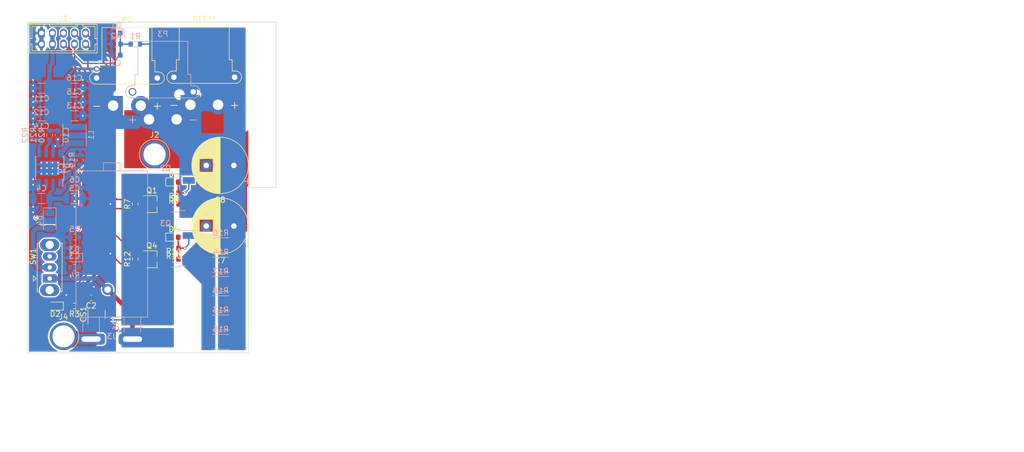
<source format=kicad_pcb>
(kicad_pcb (version 20211014) (generator pcbnew)
  (layers (0 "F.Cu" signal) (31 "B.Cu" signal) (34 "B.Paste" user) (35 "F.Paste" user) (36 "B.SilkS" user "B.Silkscreen") (37 "F.SilkS" user "F.Silkscreen") (38 "B.Mask" user) (39 "F.Mask" user) (44 "Edge.Cuts" user))
  (net 0 "")
  (net 1 "+5V")
  (net 2 "GND")
  (net 3 "Net-(Q3-Pad3)")
  (net 4 "/BattVsense")
  (net 5 "/PW_OUT_EN")
  (net 6 "/PW_OUT")
  (net 7 "Net-(C10-Pad2)")
  (net 8 "Net-(C4-Pad1)")
  (net 9 "Net-(C9-Pad1)")
  (net 10 "/PRE_CHARGE_EN")
  (net 11 "Net-(C9-Pad2)")
  (net 12 "Net-(D6-Pad2)")
  (net 13 "/PowerOutVSense")
  (net 14 "Net-(CS1-Pad1)")
  (net 15 "+BATT")
  (net 16 "Net-(CS1-Pad4)")
  (net 17 "Net-(D7-Pad5)")
  (net 18 "Net-(D5-Pad2)")
  (net 19 "/CurrentSense")
  (net 20 "/DCDC_5V_EN")
  (net 21 "Net-(D7-Pad6)")
  (net 22 "Net-(Q1-Pad3)")
  (net 23 "Net-(Q4-Pad3)")
  (net 24 "Net-(D4-Pad2)")
  (net 25 "Net-(J3-Pad2)")
  (footprint "TestPoint:TestPoint_Plated_Hole_D4.0mm" (layer "F.Cu") (at 51.5 92)
    (fp_text reference "J4")
    (fp_text value "Conn_01x01")
  )
  (footprint "Connector_Hirose:Hirose_DF11-10DP-2DSA_2x05_P2.00mm_Vertical" (layer "F.Cu") (at 47.5 37)
    (fp_text reference "J1")
    (fp_text value "Conn_02x05_Odd_Even")
  )
  (footprint "Package_TO_SOT_SMD:SOT-23-5" (layer "F.Cu") (at 57.5 88 90)
    (fp_text reference "CS1")
    (fp_text value "CS30")
  )
  (footprint "Resistor_SMD:R_0603_1608Metric" (layer "F.Cu") (at 64.5 78 90)
    (fp_text reference "R12")
    (fp_text value "1k")
  )
  (footprint "Connector_AMASS:AMASS_XT30PW-F_1x02_P2.50mm_Horizontal" (layer "F.Cu") (at 60.5 50.15)
    (fp_text reference "P2")
    (fp_text value "CONN_01X02")
  )
  (footprint "Package_TO_SOT_SMD:TSOT-23" (layer "F.Cu") (at 67.5 68)
    (fp_text reference "Q1")
    (fp_text value "Q_NMOS_GSD")
  )
  (footprint "Diode_SMD:D_0603_1608Metric" (layer "F.Cu") (at 71.5 74)
    (fp_text reference "D6")
    (fp_text value "D_Zener_12V")
  )
  (footprint "Package_TO_SOT_SMD:TSOT-23" (layer "F.Cu") (at 67.5 78)
    (fp_text reference "Q4")
    (fp_text value "Q_NMOS_GSD")
  )
  (footprint "Resistor_SMD:R_0603_1608Metric" (layer "F.Cu") (at 71.5 76 180)
    (fp_text reference "R10")
    (fp_text value "1k")
  )
  (footprint "Resistor_SMD:R_0603_1608Metric" (layer "F.Cu") (at 64.5 68 90)
    (fp_text reference "R7")
    (fp_text value "1k")
  )
  (footprint "Resistor_SMD:R_0603_1608Metric" (layer "F.Cu") (at 71.5 66 180)
    (fp_text reference "R9")
    (fp_text value "1k")
  )
  (footprint "Capacitor_SMD:C_0603_1608Metric" (layer "F.Cu") (at 56.5 85 180)
    (fp_text reference "C2")
    (fp_text value "0.1u")
  )
  (footprint "Resistor_SMD:R_0603_1608Metric" (layer "F.Cu") (at 71.5 78)
    (fp_text reference "R11")
    (fp_text value "100")
  )
  (footprint "TestPoint:TestPoint_Plated_Hole_D4.0mm" (layer "F.Cu") (at 68 59)
    (fp_text reference "J2")
    (fp_text value "Conn_01x01")
  )
  (footprint "Diode_SMD:D_0603_1608Metric" (layer "F.Cu") (at 50 86.5 180)
    (fp_text reference "D2")
    (fp_text value "D_Zener_3.3V")
  )
  (footprint "Resistor_SMD:R_0603_1608Metric" (layer "F.Cu") (at 71.5 68)
    (fp_text reference "R8")
    (fp_text value "100")
  )
  (footprint "Connector_AMASS:AMASS_XT30PW-F_1x02_P2.50mm_Horizontal" (layer "F.Cu") (at 74.5 50)
    (fp_text reference "REF**")
    (fp_text value "AMASS_XT30PW-F_1x02_P2.50mm_Horizontal")
  )
  (footprint "Resistor_SMD:R_0603_1608Metric" (layer "F.Cu") (at 53.5 86.5 180)
    (fp_text reference "R3")
    (fp_text value "100")
  )
  (footprint "Capacitor_THT:CP_Radial_D10.0mm_P5.00mm" (layer "F.Cu") (at 82.367677 72 180)
    (fp_text reference "C7")
    (fp_text value "470u")
  )
  (footprint "Capacitor_THT:CP_Radial_D10.0mm_P5.00mm" (layer "F.Cu") (at 82.367677 61 180)
    (fp_text reference "C8")
    (fp_text value "470u")
  )
  (footprint "Button_Switch_THT:SW_Slide_1P2T_CK_OS102011MS2Q" (layer "F.Cu") (at 49 81.5 90)
    (fp_text reference "SW1")
    (fp_text value "SW_SPST_Temperature")
  )
  (footprint "Diode_SMD:D_0603_1608Metric" (layer "F.Cu") (at 71.5 64)
    (fp_text reference "D5")
    (fp_text value "D_Zener_12V")
  )
  (footprint "Resistor_SMD:R_0603_1608Metric" (layer "B.Cu") (at 46 55.5 -90)
    (fp_text reference "R22")
    (fp_text value "1k")
  )
  (footprint "Capacitor_SMD:C_0603_1608Metric" (layer "B.Cu") (at 50.5 55.5 90)
    (fp_text reference "C10")
    (fp_text value "1300p")
  )
  (footprint "Resistor_SMD:R_2010_5025Metric" (layer "B.Cu") (at 80 79 180)
    (fp_text reference "R14")
    (fp_text value "1k")
  )
  (footprint "Capacitor_SMD:C_0603_1608Metric" (layer "B.Cu") (at 53.5 76)
    (fp_text reference "C3")
    (fp_text value "0.1u")
  )
  (footprint "Resistor_SMD:R_2010_5025Metric" (layer "B.Cu") (at 80 89.5 180)
    (fp_text reference "R13")
    (fp_text value "1k")
  )
  (footprint "Resistor_SMD:R_0603_1608Metric" (layer "B.Cu") (at 54.5 60 -90)
    (fp_text reference "R19")
    (fp_text value "1k")
  )
  (footprint "Resistor_SMD:R_2010_5025Metric" (layer "B.Cu") (at 80 75.5 180)
    (fp_text reference "R16")
    (fp_text value "1k")
  )
  (footprint "Capacitor_SMD:C_0603_1608Metric" (layer "B.Cu") (at 52.5 61.5 -90)
    (fp_text reference "C9")
    (fp_text value "0.1u")
  )
  (footprint "Capacitor_SMD:C_1206_3216Metric" (layer "B.Cu") (at 53.5 47 180)
    (fp_text reference "C16")
    (fp_text value "4.7u")
  )
  (footprint "Diode_SMD:D_1206_3216Metric" (layer "B.Cu") (at 49 71 -90)
    (fp_text reference "D4")
    (fp_text value "D")
  )
  (footprint "Diode_SMD:D_0603_1608Metric" (layer "B.Cu") (at 53.46 77.72 180)
    (fp_text reference "D3")
    (fp_text value "D_Zener_3.3V")
  )
  (footprint "Capacitor_SMD:C_1206_3216Metric" (layer "B.Cu") (at 53.5 67 180)
    (fp_text reference "C5")
    (fp_text value "4.7u")
  )
  (footprint "Inductor_SMD:L_Vishay_IFSC-1515AH_4x4x1.8mm" (layer "B.Cu") (at 53.5 55.5 90)
    (fp_text reference "L1")
    (fp_text value "10uH")
  )
  (footprint "Resistor_SMD:R_2010_5025Metric" (layer "B.Cu") (at 80 93 180)
    (fp_text reference "R15")
    (fp_text value "1k")
  )
  (footprint "user:Reusable_Breaker" (layer "B.Cu") (at 60.25 92.5 180)
    (fp_text reference "J3")
    (fp_text value "Conn_01x02")
  )
  (footprint "Resistor_SMD:R_0603_1608Metric" (layer "B.Cu") (at 49 55.5 -90)
    (fp_text reference "R20")
    (fp_text value "6k")
  )
  (footprint "Resistor_SMD:R_0603_1608Metric" (layer "B.Cu") (at 64.5 39 180)
    (fp_text reference "R1")
    (fp_text value "10k")
  )
  (footprint "Capacitor_SMD:C_1206_3216Metric" (layer "B.Cu") (at 47.5 49.5)
    (fp_text reference "C12")
    (fp_text value "4.7u")
  )
  (footprint "Diode_SMD:D_0603_1608Metric" (layer "B.Cu") (at 61 37 180)
    (fp_text reference "D1")
    (fp_text value "D_Zener_3.3V")
  )
  (footprint "Resistor_SMD:R_0815_2038Metric" (layer "B.Cu") (at 64 90 -90)
    (fp_text reference "R6")
    (fp_text value "1m")
  )
  (footprint "Resistor_SMD:R_0603_1608Metric" (layer "B.Cu") (at 53.5 74 180)
    (fp_text reference "R5")
    (fp_text value "1k")
  )
  (footprint "Resistor_SMD:R_0603_1608Metric" (layer "B.Cu") (at 47.5 55.5 -90)
    (fp_text reference "R21")
    (fp_text value "15k")
  )
  (footprint "Capacitor_SMD:C_1206_3216Metric" (layer "B.Cu") (at 47.5 47)
    (fp_text reference "C11")
    (fp_text value "4.7u")
  )
  (footprint "Capacitor_SMD:C_1206_3216Metric" (layer "B.Cu") (at 47.5 52)
    (fp_text reference "C14")
    (fp_text value "4.7u")
  )
  (footprint "Capacitor_SMD:C_1206_3216Metric" (layer "B.Cu") (at 53.5 52 180)
    (fp_text reference "C13")
    (fp_text value "4.7u")
  )
  (footprint "Package_SO:Diodes_PSOP-8" (layer "B.Cu") (at 49 61.5 90)
    (fp_text reference "D7")
    (fp_text value "BD9E302EFJ")
  )
  (footprint "Capacitor_SMD:C_0603_1608Metric" (layer "B.Cu") (at 61 41)
    (fp_text reference "C1")
    (fp_text value "0.1u")
  )
  (footprint "Resistor_SMD:R_2010_5025Metric" (layer "B.Cu") (at 80 86 180)
    (fp_text reference "R18")
    (fp_text value "1k")
  )
  (footprint "Package_TO_SOT_SMD:TO-252-2" (layer "B.Cu") (at 70 76 180)
    (fp_text reference "Q3")
    (fp_text value "Q_PMOS_GDS")
  )
  (footprint "Resistor_SMD:R_0603_1608Metric" (layer "B.Cu") (at 53.5 79.5)
    (fp_text reference "R4")
    (fp_text value "10k")
  )
  (footprint "Resistor_SMD:R_2010_5025Metric" (layer "B.Cu") (at 80 82.5 180)
    (fp_text reference "R17")
    (fp_text value "1k")
  )
  (footprint "Resistor_SMD:R_0603_1608Metric" (layer "B.Cu") (at 61 39 180)
    (fp_text reference "R2")
    (fp_text value "1k")
  )
  (footprint "Package_TO_SOT_SMD:TO-252-2" (layer "B.Cu") (at 70 66 180)
    (fp_text reference "Q2")
    (fp_text value "Q_PMOS_GDS")
  )
  (footprint "Capacitor_SMD:C_1206_3216Metric" (layer "B.Cu") (at 53.5 49.5 180)
    (fp_text reference "C15")
    (fp_text value "4.7u")
  )
  (footprint "Capacitor_SMD:C_1206_3216Metric" (layer "B.Cu") (at 47.5 67 180)
    (fp_text reference "C4")
    (fp_text value "4.7u")
  )
  (footprint "Capacitor_SMD:C_0603_1608Metric" (layer "B.Cu") (at 53.525 65 180)
    (fp_text reference "C6")
    (fp_text value "0.1u")
  )
  (footprint "Connector_AMASS:AMASS_XT30PW-F_1x02_P2.50mm_Horizontal" (layer "B.Cu") (at 72 52.65 180)
    (fp_text reference "P3")
    (fp_text value "CONN_01X02")
  )
  (gr_line (start 90 35) (end 90 65) (layer "Edge.Cuts") (width 0.1))
  (gr_line (start 85 95) (end 85 65) (layer "Edge.Cuts") (width 0.1))
  (gr_line (start 45 35) (end 90 35) (layer "Edge.Cuts") (width 0.1))
  (gr_line (start 45 95) (end 45 35) (layer "Edge.Cuts") (width 0.1))
  (gr_line (start 45 95) (end 85 95) (layer "Edge.Cuts") (width 0.1))
  (gr_line (start 90 65) (end 85 65) (layer "Edge.Cuts") (width 0.1))
  (segment (start 57.5 43.5) (end 58 43.5) (width 0.5) (layer "F.Cu") (net 1))
  (segment (start 59 72.487494) (end 59 79) (width 0.5) (layer "F.Cu") (net 1))
  (segment (start 58.92548 44.42548) (end 58.92548 67.449545) (width 0.5) (layer "F.Cu") (net 1))
  (segment (start 56.55 86.8625) (end 56.55 85.825) (width 0.5) (layer "F.Cu") (net 1))
  (segment (start 55.725 82.275) (end 55.725 85) (width 0.5) (layer "F.Cu") (net 1))
  (segment (start 58.850969 72.338463) (end 59 72.487494) (width 0.5) (layer "F.Cu") (net 1))
  (segment (start 59 79) (end 55.725 82.275) (width 0.5) (layer "F.Cu") (net 1))
  (segment (start 58 43.5) (end 58.92548 44.42548) (width 0.5) (layer "F.Cu") (net 1))
  (segment (start 56.55 85.825) (end 55.725 85) (width 0.5) (layer "F.Cu") (net 1))
  (segment (start 58.92548 67.449545) (end 58.850969 67.524056) (width 0.5) (layer "F.Cu") (net 1))
  (segment (start 58.850969 67.524056) (end 58.850969 72.338463) (width 0.5) (layer "F.Cu") (net 1))
  (via (at 57.5 43.5) (size 1) (drill 0.6) (layers "F.Cu" "B.Cu") (net 1))
  (segment (start 52 46.975) (end 52.025 47) (width 0.5) (layer "B.Cu") (net 1))
  (segment (start 49.5 39) (end 49.5 42.5) (width 0.8) (layer "B.Cu") (net 1))
  (segment (start 52 45) (end 52 46.975) (width 0.5) (layer "B.Cu") (net 1))
  (segment (start 49.5 42.5) (end 48.975 43.025) (width 0.8) (layer "B.Cu") (net 1))
  (segment (start 57.5 43.5) (end 53.5 43.5) (width 0.5) (layer "B.Cu") (net 1))
  (segment (start 47.5 53.475) (end 48.975 52) (width 0.25) (layer "B.Cu") (net 1))
  (segment (start 49.5 37) (end 49.5 39) (width 0.8) (layer "B.Cu") (net 1))
  (segment (start 53.5 43.5) (end 52 45) (width 0.5) (layer "B.Cu") (net 1))
  (segment (start 48.975 43.025) (end 48.975 47) (width 0.8) (layer "B.Cu") (net 1))
  (segment (start 47.5 54.675) (end 47.5 53.475) (width 0.25) (layer "B.Cu") (net 1))
  (segment (start 57.275 85) (end 57.275 83.275) (width 0.25) (layer "F.Cu") (net 2))
  (segment (start 64.625 68.95) (end 64.5 68.825) (width 0.25) (layer "F.Cu") (net 2))
  (segment (start 57.5 85.225) (end 57.275 85) (width 0.5) (layer "F.Cu") (net 2))
  (segment (start 64.5 78.825) (end 61.825 78.825) (width 0.25) (layer "F.Cu") (net 2))
  (segment (start 57.5 89.1375) (end 57.5 85.225) (width 0.5) (layer "F.Cu") (net 2))
  (segment (start 64.625 78.95) (end 64.5 78.825) (width 0.25) (layer "F.Cu") (net 2))
  (segment (start 66.19 68.95) (end 64.625 68.95) (width 0.25) (layer "F.Cu") (net 2))
  (segment (start 61.825 78.825) (end 60 77) (width 0.25) (layer "F.Cu") (net 2))
  (segment (start 60.825 68.825) (end 64.5 68.825) (width 0.25) (layer "F.Cu") (net 2))
  (segment (start 66.19 78.95) (end 64.625 78.95) (width 0.25) (layer "F.Cu") (net 2))
  (segment (start 57.275 83.275) (end 57 83) (width 0.25) (layer "F.Cu") (net 2))
  (segment (start 49.2125 86.5) (end 51.2125 84.5) (width 0.25) (layer "F.Cu") (net 2))
  (segment (start 60 68) (end 60.825 68.825) (width 0.25) (layer "F.Cu") (net 2))
  (segment (start 51.2125 84.5) (end 52 84.5) (width 0.25) (layer "F.Cu") (net 2))
  (via (at 46 47.5) (size 0.5) (drill 0.3) (layers "F.Cu" "B.Cu") (net 2))
  (via (at 57 83) (size 0.5) (drill 0.3) (layers "F.Cu" "B.Cu") (net 2))
  (via (at 46 45.5) (size 0.5) (drill 0.3) (layers "F.Cu" "B.Cu") (net 2))
  (via (at 46 46.5) (size 0.5) (drill 0.3) (layers "F.Cu" "B.Cu") (net 2))
  (via (at 55 49.5) (size 0.5) (drill 0.3) (layers "F.Cu" "B.Cu") (net 2))
  (via (at 46 49.5) (size 0.5) (drill 0.3) (layers "F.Cu" "B.Cu") (net 2))
  (via (at 55 47.5) (size 0.5) (drill 0.3) (layers "F.Cu" "B.Cu") (net 2))
  (via (at 46 50.5) (size 0.5) (drill 0.3) (layers "F.Cu" "B.Cu") (net 2))
  (via (at 46 64.5) (size 0.5) (drill 0.3) (layers "F.Cu" "B.Cu") (net 2))
  (via (at 49.5 62.5) (size 0.5) (drill 0.3) (layers "F.Cu" "B.Cu") (net 2))
  (via (at 48.5 61.5) (size 0.5) (drill 0.3) (layers "F.Cu" "B.Cu") (net 2))
  (via (at 50 57.5) (size 0.5) (drill 0.3) (layers "F.Cu" "B.Cu") (net 2))
  (via (at 49.5 61.5) (size 0.5) (drill 0.3) (layers "F.Cu" "B.Cu") (net 2))
  (via (at 55 48.5) (size 0.5) (drill 0.3) (layers "F.Cu" "B.Cu") (net 2))
  (via (at 46 48.5) (size 0.5) (drill 0.3) (layers "F.Cu" "B.Cu") (net 2))
  (via (at 53.5 68.5) (size 0.5) (drill 0.3) (layers "F.Cu" "B.Cu") (net 2))
  (via (at 48.5 62.5) (size 0.5) (drill 0.3) (layers "F.Cu" "B.Cu") (net 2))
  (via (at 50.5 61.5) (size 0.5) (drill 0.3) (layers "F.Cu" "B.Cu") (net 2))
  (via (at 52 84.5) (size 0.5) (drill 0.3) (layers "F.Cu" "B.Cu") (net 2))
  (via (at 49.5 60.5) (size 0.5) (drill 0.3) (layers "F.Cu" "B.Cu") (net 2))
  (via (at 55 50.5) (size 0.5) (drill 0.3) (layers "F.Cu" "B.Cu") (net 2))
  (via (at 46 51.5) (size 0.5) (drill 0.3) (layers "F.Cu" "B.Cu") (net 2))
  (via (at 46 52.5) (size 0.5) (drill 0.3) (layers "F.Cu" "B.Cu") (net 2))
  (via (at 50.5 56.275) (size 0.5) (drill 0.3) (layers "F.Cu" "B.Cu") (net 2))
  (via (at 50.5 62.5) (size 0.5) (drill 0.3) (layers "F.Cu" "B.Cu") (net 2))
  (via (at 55 52) (size 0.5) (drill 0.3) (layers "F.Cu" "B.Cu") (net 2))
  (via (at 46 53.5) (size 0.5) (drill 0.3) (layers "F.Cu" "B.Cu") (net 2))
  (via (at 47.5 61.5) (size 0.5) (drill 0.3) (layers "F.Cu" "B.Cu") (net 2))
  (via (at 47.5 62.5) (size 0.5) (drill 0.3) (layers "F.Cu" "B.Cu") (net 2))
  (via (at 55 46.5) (size 0.5) (drill 0.3) (layers "F.Cu" "B.Cu") (net 2))
  (via (at 47.5 60.5) (size 0.5) (drill 0.3) (layers "F.Cu" "B.Cu") (net 2))
  (via (at 46 63.5) (size 0.5) (drill 0.3) (layers "F.Cu" "B.Cu") (net 2))
  (via (at 53.5 66.5) (size 0.5) (drill 0.3) (layers "F.Cu" "B.Cu") (net 2))
  (via (at 50.5 60.5) (size 0.5) (drill 0.3) (layers "F.Cu" "B.Cu") (net 2))
  (via (at 60 77) (size 0.5) (drill 0.3) (layers "F.Cu" "B.Cu") (net 2))
  (via (at 46 68.5) (size 0.5) (drill 0.3) (layers "F.Cu" "B.Cu") (net 2))
  (via (at 46 69.5) (size 0.5) (drill 0.3) (layers "F.Cu" "B.Cu") (net 2))
  (via (at 48.5 60.5) (size 0.5) (drill 0.3) (layers "F.Cu" "B.Cu") (net 2))
  (via (at 55 45.5) (size 0.5) (drill 0.3) (layers "F.Cu" "B.Cu") (net 2))
  (via (at 60 68) (size 0.5) (drill 0.3) (layers "F.Cu" "B.Cu") (net 2))
  (via (at 53.5 67.5) (size 0.5) (drill 0.3) (layers "F.Cu" "B.Cu") (net 2))
  (segment (start 52.675 75.95) (end 52.725 76) (width 0.25) (layer "B.Cu") (net 2))
  (segment (start 50.5 57) (end 50.5 56.275) (width 0.5) (layer "B.Cu") (net 2))
  (segment (start 52.675 74) (end 52.675 75.95) (width 0.25) (layer "B.Cu") (net 2))
  (segment (start 60.15 53.15) (end 59 52) (width 2.5) (layer "B.Cu") (net 2))
  (segment (start 52.725 76) (end 52.725 77.6675) (width 0.25) (layer "B.Cu") (net 2))
  (segment (start 52.725 77.6675) (end 52.6725 77.72) (width 0.25) (layer "B.Cu") (net 2))
  (segment (start 54.975 67) (end 59 67) (width 0.25) (layer "B.Cu") (net 2))
  (segment (start 47.5 37) (end 47.5 39) (width 0.8) (layer "B.Cu") (net 2))
  (segment (start 50 57.5) (end 50.5 57) (width 0.5) (layer "B.Cu") (net 2))
  (segment (start 52 84.5) (end 55.5 84.5) (width 0.25) (layer "B.Cu") (net 2))
  (segment (start 54.975 67) (end 54.975 65.925) (width 0.5) (layer "B.Cu") (net 2))
  (segment (start 59 67) (end 60 68) (width 0.25) (layer "B.Cu") (net 2))
  (segment (start 60.175 39) (end 60.175 40.95) (width 0.25) (layer "B.Cu") (net 2))
  (segment (start 64.5 53.15) (end 60.15 53.15) (width 2.5) (layer "B.Cu") (net 2))
  (segment (start 46.025 67) (end 46.025 65.27) (width 0.5) (layer "B.Cu") (net 2))
  (segment (start 49.635 57.865) (end 50 57.5) (width 0.5) (layer "B.Cu") (net 2))
  (segment (start 55.5 84.5) (end 57 83) (width 0.25) (layer "B.Cu") (net 2))
  (segment (start 60.175 40.95) (end 60.225 41) (width 0.25) (layer "B.Cu") (net 2))
  (segment (start 60.2125 38.9625) (end 60.175 39) (width 0.25) (layer "B.Cu") (net 2))
  (segment (start 49.635 58.8) (end 49.635 57.865) (width 0.5) (layer "B.Cu") (net 2))
  (segment (start 46.025 65.27) (end 47.095 64.2) (width 0.5) (layer "B.Cu") (net 2))
  (segment (start 60 77) (end 60 68) (width 0.25) (layer "B.Cu") (net 2))
  (segment (start 54.975 65.925) (end 54.3 65.25) (width 0.5) (layer "B.Cu") (net 2))
  (segment (start 60.2125 37) (end 60.2125 38.9625) (width 0.25) (layer "B.Cu") (net 2))
  (segment (start 53.5 42) (end 57.5 46) (width 0.25) (layer "F.Cu") (net 4))
  (segment (start 57.5 69.4) (end 54.325 72.575) (width 0.25) (layer "F.Cu") (net 4))
  (segment (start 53.5 39) (end 53.5 42) (width 0.25) (layer "F.Cu") (net 4))
  (segment (start 57.5 46) (end 57.5 69.4) (width 0.25) (layer "F.Cu") (net 4))
  (via (at 54.325 72.575) (size 0.5) (drill 0.3) (layers "F.Cu" "B.Cu") (net 4))
  (segment (start 54.325 77.7975) (end 54.2475 77.72) (width 0.25) (layer "B.Cu") (net 4))
  (segment (start 54.325 74) (end 54.325 75.95) (width 0.25) (layer "B.Cu") (net 4))
  (segment (start 54.325 79.5) (end 54.325 77.7975) (width 0.25) (layer "B.Cu") (net 4))
  (segment (start 54.275 76) (end 54.275 77.6925) (width 0.25) (layer "B.Cu") (net 4))
  (segment (start 54.325 75.95) (end 54.275 76) (width 0.25) (layer "B.Cu") (net 4))
  (segment (start 54.275 77.6925) (end 54.2475 77.72) (width 0.25) (layer "B.Cu") (net 4))
  (segment (start 54.325 74) (end 54.325 72.575) (width 0.25) (layer "B.Cu") (net 4))
  (segment (start 60 66) (end 61.175 67.175) (width 0.25) (layer "F.Cu") (net 5))
  (segment (start 61.175 67.175) (end 64.5 67.175) (width 0.25) (layer "F.Cu") (net 5))
  (segment (start 66.19 67.05) (end 64.625 67.05) (width 0.25) (layer "F.Cu") (net 5))
  (segment (start 60 41.5) (end 60 66) (width 0.25) (layer "F.Cu") (net 5))
  (segment (start 64.625 67.05) (end 64.5 67.175) (width 0.25) (layer "F.Cu") (net 5))
  (segment (start 55.5 37) (end 60 41.5) (width 0.25) (layer "F.Cu") (net 5))
  (segment (start 69.5 40) (end 69.5 53.15) (width 0.25) (layer "B.Cu") (net 6))
  (segment (start 65.325 39) (end 68.5 39) (width 0.25) (layer "B.Cu") (net 6))
  (segment (start 68.5 39) (end 69.5 40) (width 0.25) (layer "B.Cu") (net 6))
  (segment (start 49 54.675) (end 50.45 54.675) (width 0.5) (layer "B.Cu") (net 7))
  (segment (start 50.45 54.675) (end 50.5 54.725) (width 0.5) (layer "B.Cu") (net 7))
  (segment (start 49 67.025) (end 48.975 67) (width 0.8) (layer "B.Cu") (net 8))
  (segment (start 48.975 66.025) (end 48.975 67) (width 0.5) (layer "B.Cu") (net 8))
  (segment (start 49 69.6) (end 49 67.025) (width 0.8) (layer "B.Cu") (net 8))
  (segment (start 49.635 65.365) (end 48.975 66.025) (width 0.5) (layer "B.Cu") (net 8))
  (segment (start 52.025 65.975) (end 52.75 65.25) (width 0.5) (layer "B.Cu") (net 8))
  (segment (start 48.975 67) (end 52.025 67) (width 0.8) (layer "B.Cu") (net 8))
  (segment (start 52.025 67) (end 52.025 65.975) (width 0.5) (layer "B.Cu") (net 8))
  (segment (start 49.635 64.2) (end 49.635 65.365) (width 0.5) (layer "B.Cu") (net 8))
  (segment (start 52.73 56.975) (end 50.905 58.8) (width 0.8) (layer "B.Cu") (net 9))
  (segment (start 52.5 60.395) (end 50.905 58.8) (width 0.8) (layer "B.Cu") (net 9))
  (segment (start 53.5 56.975) (end 52.73 56.975) (width 0.8) (layer "B.Cu") (net 9))
  (segment (start 52.5 60.725) (end 52.5 60.395) (width 0.8) (layer "B.Cu") (net 9))
  (segment (start 59.5 43) (end 59.5 67.687518) (width 0.25) (layer "F.Cu") (net 10))
  (segment (start 64.625 77.05) (end 64.5 77.175) (width 0.25) (layer "F.Cu") (net 10))
  (segment (start 66.19 77.05) (end 64.625 77.05) (width 0.25) (layer "F.Cu") (net 10))
  (segment (start 59.5 67.687518) (end 59.425489 67.762029) (width 0.25) (layer "F.Cu") (net 10))
  (segment (start 59.425489 72.100489) (end 64.5 77.175) (width 0.25) (layer "F.Cu") (net 10))
  (segment (start 59.425489 67.762029) (end 59.425489 72.100489) (width 0.25) (layer "F.Cu") (net 10))
  (segment (start 55.5 39) (end 59.5 43) (width 0.25) (layer "F.Cu") (net 10))
  (segment (start 52.5 62.275) (end 52.5 62.605) (width 0.8) (layer "B.Cu") (net 11))
  (segment (start 52.5 62.605) (end 50.905 64.2) (width 0.8) (layer "B.Cu") (net 11))
  (segment (start 72.2875 75.9625) (end 72.325 76) (width 0.25) (layer "F.Cu") (net 12))
  (segment (start 72.2875 74) (end 72.2875 75.9625) (width 0.25) (layer "F.Cu") (net 12))
  (segment (start 72.325 78) (end 72.325 76) (width 0.25) (layer "F.Cu") (net 12))
  (segment (start 73.5 76) (end 72.325 76) (width 0.25) (layer "F.Cu") (net 12))
  (via (at 73.5 76) (size 0.5) (drill 0.3) (layers "F.Cu" "B.Cu") (net 12))
  (segment (start 74.2 73.72) (end 74.2 75.3) (width 0.25) (layer "B.Cu") (net 12))
  (segment (start 74.2 75.3) (end 73.5 76) (width 0.25) (layer "B.Cu") (net 12))
  (segment (start 55 42.5) (end 51.5 39) (width 0.25) (layer "B.Cu") (net 13))
  (segment (start 61.7875 38.9625) (end 61.825 39) (width 0.25) (layer "B.Cu") (net 13))
  (segment (start 63.675 39) (end 61.825 39) (width 0.25) (layer "B.Cu") (net 13))
  (segment (start 61.775 41) (end 61.775 39.05) (width 0.25) (layer "B.Cu") (net 13))
  (segment (start 61.7875 37) (end 61.7875 38.9625) (width 0.25) (layer "B.Cu") (net 13))
  (segment (start 60.275 42.5) (end 55 42.5) (width 0.25) (layer "B.Cu") (net 13))
  (segment (start 61.775 39.05) (end 61.825 39) (width 0.25) (layer "B.Cu") (net 13))
  (segment (start 61.775 41) (end 60.275 42.5) (width 0.25) (layer "B.Cu") (net 13))
  (segment (start 55.1375 89.1375) (end 56.55 89.1375) (width 0.25) (layer "F.Cu") (net 14))
  (segment (start 54.325 86.5) (end 54.325 88.325) (width 0.25) (layer "F.Cu") (net 14))
  (segment (start 54.325 88.325) (end 55.1375 89.1375) (width 0.25) (layer "F.Cu") (net 14))
  (segment (start 59.5 83.5) (end 64 88) (width 0.8) (layer "F.Cu") (net 15))
  (segment (start 58.45 89.1375) (end 58.45 90.45) (width 0.25) (layer "F.Cu") (net 15))
  (segment (start 64 88) (end 64 92.5) (width 0.8) (layer "F.Cu") (net 15))
  (segment (start 58.45 90.45) (end 59 91) (width 0.25) (layer "F.Cu") (net 15))
  (segment (start 59 91) (end 61.5 91) (width 0.25) (layer "F.Cu") (net 15))
  (via (at 59.5 83.5) (size 2) (drill 1.2) (layers "F.Cu" "B.Cu") (net 15))
  (via (at 61.5 91) (size 0.5) (drill 0.3) (layers "F.Cu" "B.Cu") (net 15))
  (segment (start 52 81.5) (end 57.5 81.5) (width 0.8) (layer "B.Cu") (net 15))
  (segment (start 63.9375 91) (end 64 90.9375) (width 0.25) (layer "B.Cu") (net 15))
  (segment (start 52.675 80.825) (end 52.675 79.5) (width 0.25) (layer "B.Cu") (net 15))
  (segment (start 57.5 81.5) (end 59.5 83.5) (width 0.8) (layer "B.Cu") (net 15))
  (segment (start 61.5 91) (end 63.9375 91) (width 0.25) (layer "B.Cu") (net 15))
  (segment (start 52 81.5) (end 52.675 80.825) (width 0.25) (layer "B.Cu") (net 15))
  (segment (start 49 81.5) (end 52 81.5) (width 0.8) (layer "B.Cu") (net 15))
  (segment (start 60 89) (end 60.5 89) (width 0.25) (layer "F.Cu") (net 16))
  (segment (start 70.7125 73.2875) (end 71 73) (width 0.25) (layer "F.Cu") (net 16))
  (segment (start 70.7125 64) (end 70.7125 63.2875) (width 0.25) (layer "F.Cu") (net 16))
  (segment (start 70.7125 64) (end 70.7125 65.9625) (width 0.25) (layer "F.Cu") (net 16))
  (segment (start 70.7125 74) (end 70.7125 75.9625) (width 0.25) (layer "F.Cu") (net 16))
  (segment (start 58.45 87.45) (end 60 89) (width 0.25) (layer "F.Cu") (net 16))
  (segment (start 70.7125 63.2875) (end 71 63) (width 0.25) (layer "F.Cu") (net 16))
  (segment (start 70.7125 75.9625) (end 70.675 76) (width 0.25) (layer "F.Cu") (net 16))
  (segment (start 70.7125 65.9625) (end 70.675 66) (width 0.25) (layer "F.Cu") (net 16))
  (segment (start 58.45 86.8625) (end 58.45 87.45) (width 0.25) (layer "F.Cu") (net 16))
  (segment (start 70.7125 74) (end 70.7125 73.2875) (width 0.25) (layer "F.Cu") (net 16))
  (via (at 71 73) (size 0.5) (drill 0.3) (layers "F.Cu" "B.Cu") (net 16))
  (via (at 71 63) (size 0.5) (drill 0.3) (layers "F.Cu" "B.Cu") (net 16))
  (via (at 60.5 89) (size 0.5) (drill 0.3) (layers "F.Cu" "B.Cu") (net 16))
  (segment (start 71 73) (end 68 76) (width 0.25) (layer "B.Cu") (net 16))
  (segment (start 63.9375 89) (end 64 89.0625) (width 0.25) (layer "B.Cu") (net 16))
  (segment (start 60.5 89) (end 63.9375 89) (width 0.25) (layer "B.Cu") (net 16))
  (segment (start 68 76) (end 67.9 76) (width 0.25) (layer "B.Cu") (net 16))
  (segment (start 47.5 57) (end 47.5 56.325) (width 0.5) (layer "B.Cu") (net 17))
  (segment (start 47.095 58.8) (end 47.095 57.405) (width 0.5) (layer "B.Cu") (net 17))
  (segment (start 46 56.325) (end 47.5 56.325) (width 0.5) (layer "B.Cu") (net 17))
  (segment (start 47.095 57.405) (end 47.5 57) (width 0.5) (layer "B.Cu") (net 17))
  (segment (start 72.325 68) (end 72.325 66) (width 0.25) (layer "F.Cu") (net 18))
  (segment (start 73.5 66) (end 72.325 66) (width 0.25) (layer "F.Cu") (net 18))
  (segment (start 72.2875 65.9625) (end 72.325 66) (width 0.25) (layer "F.Cu") (net 18))
  (segment (start 72.2875 64) (end 72.2875 65.9625) (width 0.25) (layer "F.Cu") (net 18))
  (via (at 73.5 66) (size 0.5) (drill 0.3) (layers "F.Cu" "B.Cu") (net 18))
  (segment (start 74.2 65.3) (end 73.5 66) (width 0.25) (layer "B.Cu") (net 18))
  (segment (start 74.2 63.72) (end 74.2 65.3) (width 0.25) (layer "B.Cu") (net 18))
  (segment (start 55.925489 41.175489) (end 54.42452 39.67452) (width 0.25) (layer "F.Cu") (net 19))
  (segment (start 55.925489 43.425489) (end 55.925489 41.175489) (width 0.25) (layer "F.Cu") (net 19))
  (segment (start 52.675 86.5) (end 52.675 83.825) (width 0.25) (layer "F.Cu") (net 19))
  (segment (start 58 78.5) (end 58 45.5) (width 0.25) (layer "F.Cu") (net 19))
  (segment (start 50.7875 86.5) (end 52.675 86.5) (width 0.25) (layer "F.Cu") (net 19))
  (segment (start 54.42452 37.92452) (end 53.5 37) (width 0.25) (layer "F.Cu") (net 19))
  (segment (start 58 45.5) (end 55.925489 43.425489) (width 0.25) (layer "F.Cu") (net 19))
  (segment (start 54.42452 39.67452) (end 54.42452 37.92452) (width 0.25) (layer "F.Cu") (net 19))
  (segment (start 52.675 83.825) (end 58 78.5) (width 0.25) (layer "F.Cu") (net 19))
  (segment (start 51.5 37) (end 50.57548 37.92452) (width 0.25) (layer "F.Cu") (net 20))
  (segment (start 54 70) (end 54.5 69.5) (width 0.25) (layer "F.Cu") (net 20))
  (segment (start 50.5 71.5) (end 52.5 71.5) (width 0.25) (layer "F.Cu") (net 20))
  (segment (start 54.5 69.5) (end 54.5 62) (width 0.25) (layer "F.Cu") (net 20))
  (segment (start 47.5 71.5) (end 50.5 71.5) (width 0.25) (layer "F.Cu") (net 20))
  (segment (start 52.5 71.5) (end 54 70) (width 0.25) (layer "F.Cu") (net 20))
  (segment (start 50.57548 37.92452) (end 50.57548 40.07548) (width 0.25) (layer "F.Cu") (net 20))
  (segment (start 57 59.5) (end 54.5 62) (width 0.25) (layer "F.Cu") (net 20))
  (segment (start 50.57548 40.07548) (end 57 46.5) (width 0.25) (layer "F.Cu") (net 20))
  (segment (start 46.5 70.5) (end 47.5 71.5) (width 0.25) (layer "F.Cu") (net 20))
  (segment (start 57 46.5) (end 57 59.5) (width 0.25) (layer "F.Cu") (net 20))
  (via (at 54.5 62) (size 0.5) (drill 0.3) (layers "F.Cu" "B.Cu") (net 20))
  (via (at 46.5 70.5) (size 0.5) (drill 0.3) (layers "F.Cu" "B.Cu") (net 20))
  (segment (start 47.5 69) (end 46.5 70) (width 0.25) (layer "B.Cu") (net 20))
  (segment (start 46.5 70) (end 46.5 70.5) (width 0.25) (layer "B.Cu") (net 20))
  (segment (start 48.365 65.135) (end 47.5 66) (width 0.25) (layer "B.Cu") (net 20))
  (segment (start 48.365 64.2) (end 48.365 65.135) (width 0.25) (layer "B.Cu") (net 20))
  (segment (start 54.5 62) (end 54.5 60.825) (width 0.25) (layer "B.Cu") (net 20))
  (segment (start 47.5 66) (end 47.5 69) (width 0.25) (layer "B.Cu") (net 20))
  (segment (start 49 57) (end 49 56.325) (width 0.5) (layer "B.Cu") (net 21))
  (segment (start 48.365 58.8) (end 48.365 57.635) (width 0.5) (layer "B.Cu") (net 21))
  (segment (start 48.365 57.635) (end 49 57) (width 0.5) (layer "B.Cu") (net 21))
  (segment (start 68.81 68) (end 70.675 68) (width 0.25) (layer "F.Cu") (net 22))
  (segment (start 68.81 78) (end 70.675 78) (width 0.25) (layer "F.Cu") (net 23))
  (segment (start 47 79.5) (end 46 78.5) (width 0.8) (layer "B.Cu") (net 24))
  (segment (start 46 78.5) (end 46 73) (width 0.8) (layer "B.Cu") (net 24))
  (segment (start 46.6 72.4) (end 49 72.4) (width 0.8) (layer "B.Cu") (net 24))
  (segment (start 49 79.5) (end 47 79.5) (width 0.8) (layer "B.Cu") (net 24))
  (segment (start 46 73) (end 46.6 72.4) (width 0.8) (layer "B.Cu") (net 24))
  (segment (start 52 92.5) (end 51.5 92) (width 3) (layer "F.Cu") (net 25))
  (segment (start 56.5 92.5) (end 52 92.5) (width 3) (layer "F.Cu") (net 25))
  (zone (net 2) (net_name "GND") (layer "F.Cu") (connect_pads (clearance 0.25)) (min_thickness 0.254) (fill yes (thermal_gap 0.508) (thermal_bridge_width 0.508))
    (polygon (pts (xy 61 102.5) (xy 40 102.5) (xy 40 32.5) (xy 61 32.5)))
  )
  (zone (net 2) (net_name "GND") (layer "F.Cu") (connect_pads yes (clearance 0.25)) (min_thickness 0.254) (fill yes (thermal_gap 0.508) (thermal_bridge_width 0.508))
    (polygon (pts (xy 85 73) (xy 75.5 73) (xy 75.5 61.5) (xy 62.5 61.5) (xy 62.5 51) (xy 85 51)))
  )
  (zone (net 6) (net_name "/PW_OUT") (layer "B.Cu") (connect_pads yes (clearance 0.25)) (min_thickness 0.254) (fill yes (thermal_gap 0.508) (thermal_bridge_width 0.508))
    (polygon (pts (xy 84.5 94.5) (xy 79.5 94.5) (xy 79.5 70.5) (xy 72.5 70.5) (xy 72.5 59.5) (xy 67 54) (xy 67 36) (xy 84.5 36)))
  )
  (zone (net 3) (net_name "Net-(Q3-Pad3)") (layer "B.Cu") (connect_pads yes (clearance 0.25)) (min_thickness 0.254) (fill yes (thermal_gap 0.508) (thermal_bridge_width 0.508))
    (polygon (pts (xy 79 94.5) (xy 76.5 94.5) (xy 76.5 82.5) (xy 73 79) (xy 73 77.5) (xy 76.5 74) (xy 79 74)))
  )
  (zone (net 1) (net_name "+5V") (layer "B.Cu") (connect_pads yes (clearance 0.25)) (min_thickness 0.254) (fill yes (thermal_gap 0.508) (thermal_bridge_width 0.508))
    (polygon (pts (xy 53 53.5) (xy 55.5 53.5) (xy 55.5 54.5) (xy 51.5 54.5) (xy 50.5 53.5) (xy 48 53.5) (xy 48 45.5) (xy 53 45.5)))
  )
  (zone (net 16) (net_name "Net-(CS1-Pad4)") (layer "B.Cu") (connect_pads yes (clearance 0.25)) (min_thickness 0.254) (fill yes (thermal_gap 0.508) (thermal_bridge_width 0.508))
    (polygon (pts (xy 71.5 90) (xy 62 90) (xy 62 62.5) (xy 71.5 62.5)))
  )
  (zone (net 15) (net_name "+BATT") (layer "B.Cu") (connect_pads yes (clearance 0.25)) (min_thickness 0.254) (fill yes (thermal_gap 0.508) (thermal_bridge_width 0.508))
    (polygon (pts (xy 71.5 94) (xy 62 94) (xy 62 90.5) (xy 71.5 90.5)))
  )
  (zone (net 2) (net_name "GND") (layer "B.Cu") (connect_pads (clearance 0.25)) (min_thickness 0.254) (fill yes (thermal_gap 0.508) (thermal_bridge_width 0.508))
    (polygon (pts (xy 61 98) (xy 43 98) (xy 43 31) (xy 61 31)))
    (polygon (pts (xy 47.5 45) (xy 47.5 54) (xy 50 54) (xy 51.5 55) (xy 56 55) (xy 56 53) (xy 53.5 53) (xy 53.5 45)))
  )
)
</source>
